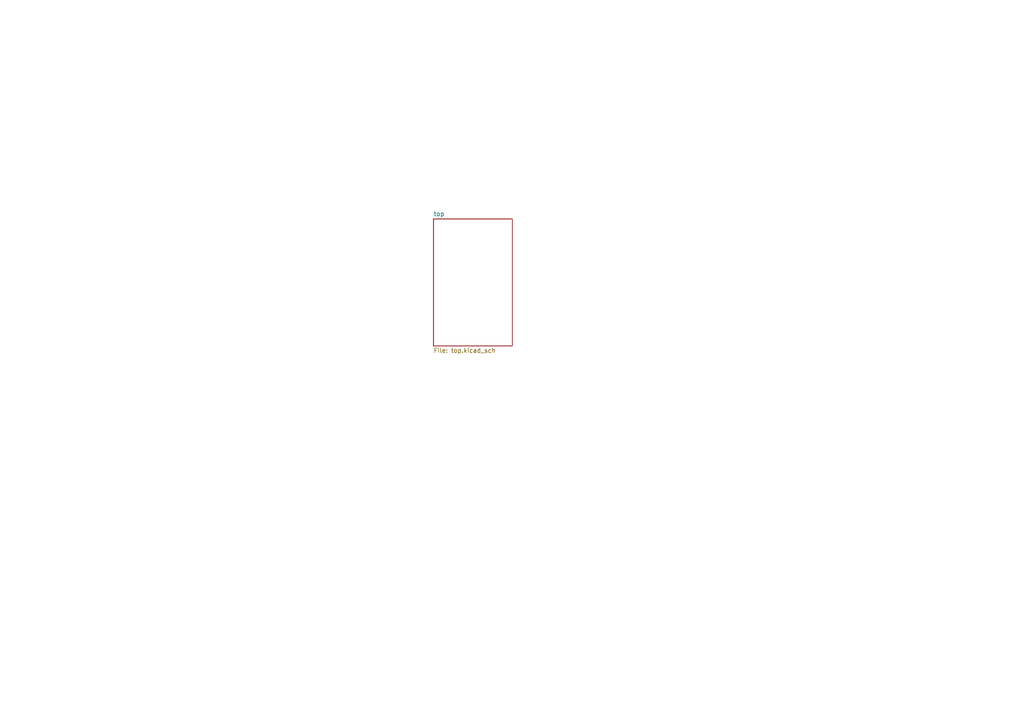
<source format=kicad_sch>
(kicad_sch (version 20211123) (generator eeschema)
  (paper "A4")
  (title_block (title "Transceiver Concept 2") (rev "X1") (company "WA6ZFT"))
  (lib_symbols)
  (sheet (at 125.73 63.5) (size 22.86 36.83)
    (property "Sheet name" "top" (at 125.73 62.7884 0) (effects (justify left bottom)))
    (property "Sheet file" "top.kicad_sch" (at 125.73 100.9146 0) (effects (justify left top)))
  )
)
</source>
